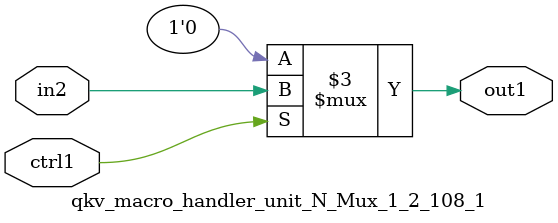
<source format=v>

`timescale 1ps / 1ps


module qkv_macro_handler_unit_N_Mux_1_2_108_1( in2, ctrl1, out1 );

    input in2;
    input ctrl1;
    output out1;
    reg out1;

    
    // rtl_process:qkv_macro_handler_unit_N_Mux_1_2_108_1/qkv_macro_handler_unit_N_Mux_1_2_108_1_thread_1
    always @*
      begin : qkv_macro_handler_unit_N_Mux_1_2_108_1_thread_1
        case (ctrl1) 
          1'b1: 
            begin
              out1 = in2;
            end
          default: 
            begin
              out1 = 1'b0;
            end
        endcase
      end

endmodule



</source>
